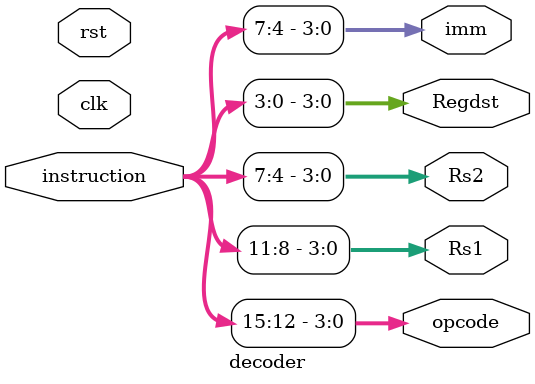
<source format=v>
module decoder (instruction, 
	opcode,
	Rs1,
	Rs2,
	Regdst,
	clk,
	rst,
	imm);
input  [15:0]instruction;
//input reg write_en_dec_in;
//output reg write_en_dec_out;
//input reg [3:0]write_addr_dec_in;
//output reg [3:0] write_addr_dec_out;
//input reg [31:0] write_data_dec_in;
//output reg [31:0] write_data_dec_out;
output reg [3:0] opcode, Rs1, Rs2, Regdst, imm;
input clk, rst;
//reg [15:0]instruction ;

/*always @ (*) begin
write_en_dec_out<= write_en_dec_in;
write_addr_dec_out <= write_addr_dec_in;
write_data_dec_out <= write_data_dec_in;
end
*/

always @ (*) begin
opcode = instruction[15:12];
Rs1 = instruction[11:8];
Rs2 = instruction[7:4];
Regdst = instruction[3:0];
imm = instruction[7:4];
end
endmodule

                                                                                                               

</source>
